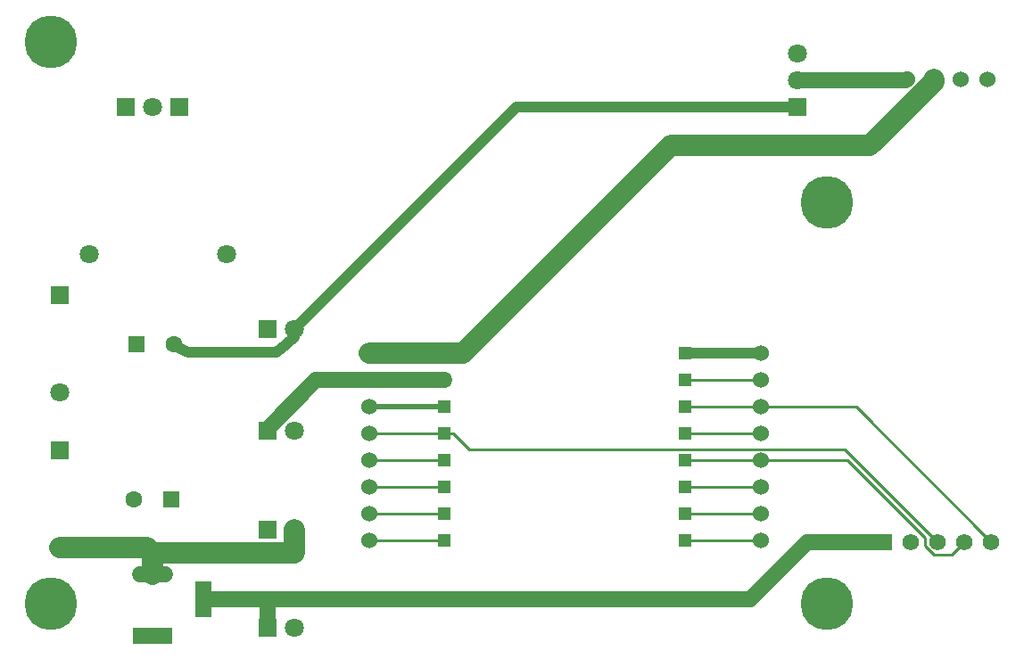
<source format=gtl>
G04 Layer: TopLayer*
G04 EasyEDA v6.3.53, 2020-08-15T11:31:24+02:00*
G04 Gerber Generator version 0.2*
G04 Scale: 100 percent, Rotated: No, Reflected: No *
G04 Dimensions in millimeters *
G04 leading zeros omitted , absolute positions ,3 integer and 3 decimal *
%FSLAX33Y33*%
%MOMM*%
G90*
G71D02*

%ADD11C,1.999996*%
%ADD12C,0.259994*%
%ADD13C,0.499999*%
%ADD14C,0.999998*%
%ADD15C,1.499997*%
%ADD16C,4.999990*%
%ADD17C,1.799996*%
%ADD18R,1.799996X1.799996*%
%ADD19R,3.799992X1.499997*%
%ADD20R,1.499997X3.399993*%
%ADD21C,1.524000*%
%ADD22C,1.574800*%
%ADD23R,1.574800X1.574800*%
%ADD24R,1.599997X1.599997*%
%ADD25C,1.599997*%
%ADD26R,1.198880X1.198880*%

%LPD*%
G54D11*
G01X15125Y12077D02*
G01X28575Y12077D01*
G01X28575Y14274D01*
G01X15125Y12077D02*
G01X28575Y12077D01*
G01X28575Y14274D01*
G01X42799Y31038D02*
G01X35687Y31038D01*
G54D12*
G01X65659Y28498D02*
G01X72898Y28498D01*
G01X65659Y25958D02*
G01X72898Y25958D01*
G01X94742Y13131D02*
G01X81915Y25958D01*
G01X72898Y25958D01*
G01X65659Y20878D02*
G01X72898Y20878D01*
G01X92202Y13131D02*
G01X90985Y11915D01*
G01X89268Y11915D01*
G01X88419Y12763D01*
G01X88419Y13522D01*
G01X81064Y20878D01*
G01X72898Y20878D01*
G01X65659Y18338D02*
G01X72898Y18338D01*
G01X65659Y15798D02*
G01X72898Y15798D01*
G01X65659Y13258D02*
G01X72898Y13258D01*
G01X42799Y13258D02*
G01X35687Y13258D01*
G01X42799Y15798D02*
G01X35687Y15798D01*
G01X42799Y23418D02*
G01X35687Y23418D01*
G01X89662Y13131D02*
G01X80860Y21932D01*
G01X45176Y21932D01*
G01X43690Y23418D01*
G01X42799Y23418D02*
G01X43690Y23418D01*
G01X65659Y23418D02*
G01X72898Y23418D01*
G01X42799Y18338D02*
G01X35687Y18338D01*
G01X42799Y20878D02*
G01X35687Y20878D01*
G54D13*
G01X42799Y25958D02*
G01X35687Y25958D01*
G54D14*
G01X65659Y31038D02*
G01X72898Y31038D01*
G01X17117Y31927D02*
G01X17429Y31615D01*
G01X18542Y31165D01*
G01X22733Y31165D01*
G01X25527Y31165D01*
G01X26924Y31165D01*
G01X27813Y31927D01*
G01X28575Y32565D01*
G01X28575Y33324D01*
G01X76327Y54406D02*
G01X49657Y54406D01*
G01X28575Y33324D01*
G54D15*
G01X76327Y56946D02*
G01X86614Y56946D01*
G01X86741Y57073D01*
G01X42799Y28498D02*
G01X35687Y28498D01*
G01X35687Y28498D02*
G01X30657Y28498D01*
G01X26035Y23876D01*
G01X26035Y23672D01*
G01X26035Y7683D02*
G01X26035Y5003D01*
G01X84582Y13131D02*
G01X77282Y13131D01*
G01X71833Y7683D01*
G01X26035Y7683D01*
G01X26035Y7683D02*
G01X19926Y7683D01*
G54D11*
G01X89281Y57073D02*
G01X89281Y56812D01*
G01X83218Y50749D01*
G01X64310Y50749D01*
G01X44599Y31038D01*
G01X42799Y31038D02*
G01X44599Y31038D01*
G01X15125Y12077D02*
G01X15125Y10063D01*
G01X6350Y12595D02*
G01X14607Y12595D01*
G01X15125Y12077D01*
G54D16*
G01X5461Y7289D03*
G01X5461Y60629D03*
G01X79121Y7289D03*
G01X79121Y45389D03*
G54D17*
G01X28575Y14274D03*
G54D18*
G01X26035Y14274D03*
G54D17*
G01X28575Y5003D03*
G54D18*
G01X26035Y5003D03*
G54D17*
G01X28575Y23672D03*
G54D18*
G01X26035Y23672D03*
G54D17*
G01X28575Y33324D03*
G54D18*
G01X26035Y33324D03*
G54D19*
G01X15125Y4262D03*
G54D20*
G01X19926Y7684D03*
G54D21*
G01X35687Y31038D03*
G01X35687Y28498D03*
G01X35687Y25958D03*
G01X35687Y23418D03*
G01X35687Y20878D03*
G01X35687Y18338D03*
G01X35687Y15798D03*
G01X35687Y13258D03*
G01X72898Y13258D03*
G01X72898Y15798D03*
G01X72898Y18338D03*
G01X72898Y20878D03*
G01X72898Y23418D03*
G01X72898Y25958D03*
G01X72898Y28498D03*
G01X72898Y31038D03*
G01X86741Y57073D03*
G01X89281Y57073D03*
G01X91821Y57073D03*
G01X94361Y57073D03*
G54D17*
G01X6350Y27327D03*
G54D18*
G01X6350Y36527D03*
G01X6350Y21795D03*
G54D17*
G01X6350Y12595D03*
G54D22*
G01X94742Y13131D03*
G01X92202Y13131D03*
G01X89662Y13131D03*
G01X87122Y13131D03*
G54D23*
G01X84582Y13131D03*
G54D24*
G01X13616Y31927D03*
G54D25*
G01X17117Y31927D03*
G54D24*
G01X16863Y17195D03*
G54D25*
G01X13362Y17195D03*
G54D26*
G01X65659Y31038D03*
G01X65659Y28498D03*
G01X65659Y25958D03*
G01X65659Y23418D03*
G01X65659Y20878D03*
G01X65659Y18338D03*
G01X65659Y15798D03*
G01X65659Y13258D03*
G01X42799Y31038D03*
G01X42799Y28498D03*
G01X42799Y25958D03*
G01X42799Y23418D03*
G01X42799Y20878D03*
G01X42799Y18338D03*
G01X42799Y15798D03*
G01X42799Y13258D03*
G54D17*
G01X9120Y40436D03*
G01X22121Y40436D03*
G54D18*
G01X17653Y54406D03*
G54D17*
G01X15113Y54406D03*
G54D18*
G01X12573Y54406D03*
G54D17*
G01X76327Y59486D03*
G01X76327Y56946D03*
G54D18*
G01X76327Y54406D03*
G54D15*
G01X13975Y10062D02*
G01X16275Y10062D01*
M00*
M02*

</source>
